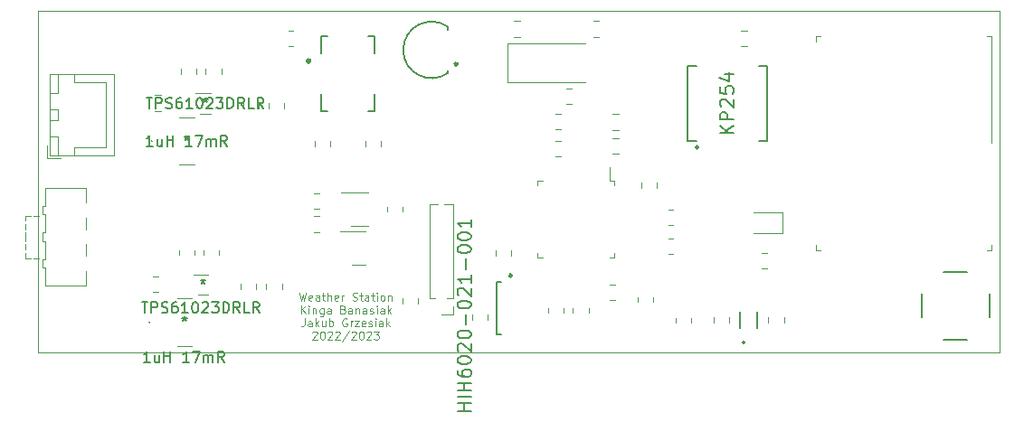
<source format=gbr>
%TF.GenerationSoftware,KiCad,Pcbnew,6.0.2+dfsg-1*%
%TF.CreationDate,2023-05-27T01:06:40+02:00*%
%TF.ProjectId,weather_station,77656174-6865-4725-9f73-746174696f6e,rev?*%
%TF.SameCoordinates,Original*%
%TF.FileFunction,Legend,Top*%
%TF.FilePolarity,Positive*%
%FSLAX46Y46*%
G04 Gerber Fmt 4.6, Leading zero omitted, Abs format (unit mm)*
G04 Created by KiCad (PCBNEW 6.0.2+dfsg-1) date 2023-05-27 01:06:40*
%MOMM*%
%LPD*%
G01*
G04 APERTURE LIST*
%TA.AperFunction,Profile*%
%ADD10C,0.100000*%
%TD*%
%ADD11C,0.100000*%
%ADD12C,0.150000*%
%ADD13C,0.120000*%
%ADD14C,0.249999*%
%ADD15C,0.127000*%
%ADD16C,0.300000*%
%ADD17C,0.250000*%
%ADD18C,0.200000*%
G04 APERTURE END LIST*
D10*
X66600000Y-53600000D02*
X156600000Y-53600000D01*
X156600000Y-53600000D02*
X156600000Y-85600000D01*
X156600000Y-85600000D02*
X66600000Y-85600000D01*
X66600000Y-85600000D02*
X66600000Y-53600000D01*
D11*
X91082857Y-80028035D02*
X91261428Y-80778035D01*
X91404285Y-80242321D01*
X91547142Y-80778035D01*
X91725714Y-80028035D01*
X92297142Y-80742321D02*
X92225714Y-80778035D01*
X92082857Y-80778035D01*
X92011428Y-80742321D01*
X91975714Y-80670892D01*
X91975714Y-80385178D01*
X92011428Y-80313750D01*
X92082857Y-80278035D01*
X92225714Y-80278035D01*
X92297142Y-80313750D01*
X92332857Y-80385178D01*
X92332857Y-80456607D01*
X91975714Y-80528035D01*
X92975714Y-80778035D02*
X92975714Y-80385178D01*
X92940000Y-80313750D01*
X92868571Y-80278035D01*
X92725714Y-80278035D01*
X92654285Y-80313750D01*
X92975714Y-80742321D02*
X92904285Y-80778035D01*
X92725714Y-80778035D01*
X92654285Y-80742321D01*
X92618571Y-80670892D01*
X92618571Y-80599464D01*
X92654285Y-80528035D01*
X92725714Y-80492321D01*
X92904285Y-80492321D01*
X92975714Y-80456607D01*
X93225714Y-80278035D02*
X93511428Y-80278035D01*
X93332857Y-80028035D02*
X93332857Y-80670892D01*
X93368571Y-80742321D01*
X93440000Y-80778035D01*
X93511428Y-80778035D01*
X93761428Y-80778035D02*
X93761428Y-80028035D01*
X94082857Y-80778035D02*
X94082857Y-80385178D01*
X94047142Y-80313750D01*
X93975714Y-80278035D01*
X93868571Y-80278035D01*
X93797142Y-80313750D01*
X93761428Y-80349464D01*
X94725714Y-80742321D02*
X94654285Y-80778035D01*
X94511428Y-80778035D01*
X94440000Y-80742321D01*
X94404285Y-80670892D01*
X94404285Y-80385178D01*
X94440000Y-80313750D01*
X94511428Y-80278035D01*
X94654285Y-80278035D01*
X94725714Y-80313750D01*
X94761428Y-80385178D01*
X94761428Y-80456607D01*
X94404285Y-80528035D01*
X95082857Y-80778035D02*
X95082857Y-80278035D01*
X95082857Y-80420892D02*
X95118571Y-80349464D01*
X95154285Y-80313750D01*
X95225714Y-80278035D01*
X95297142Y-80278035D01*
X96082857Y-80742321D02*
X96190000Y-80778035D01*
X96368571Y-80778035D01*
X96440000Y-80742321D01*
X96475714Y-80706607D01*
X96511428Y-80635178D01*
X96511428Y-80563750D01*
X96475714Y-80492321D01*
X96440000Y-80456607D01*
X96368571Y-80420892D01*
X96225714Y-80385178D01*
X96154285Y-80349464D01*
X96118571Y-80313750D01*
X96082857Y-80242321D01*
X96082857Y-80170892D01*
X96118571Y-80099464D01*
X96154285Y-80063750D01*
X96225714Y-80028035D01*
X96404285Y-80028035D01*
X96511428Y-80063750D01*
X96725714Y-80278035D02*
X97011428Y-80278035D01*
X96832857Y-80028035D02*
X96832857Y-80670892D01*
X96868571Y-80742321D01*
X96940000Y-80778035D01*
X97011428Y-80778035D01*
X97582857Y-80778035D02*
X97582857Y-80385178D01*
X97547142Y-80313750D01*
X97475714Y-80278035D01*
X97332857Y-80278035D01*
X97261428Y-80313750D01*
X97582857Y-80742321D02*
X97511428Y-80778035D01*
X97332857Y-80778035D01*
X97261428Y-80742321D01*
X97225714Y-80670892D01*
X97225714Y-80599464D01*
X97261428Y-80528035D01*
X97332857Y-80492321D01*
X97511428Y-80492321D01*
X97582857Y-80456607D01*
X97832857Y-80278035D02*
X98118571Y-80278035D01*
X97940000Y-80028035D02*
X97940000Y-80670892D01*
X97975714Y-80742321D01*
X98047142Y-80778035D01*
X98118571Y-80778035D01*
X98368571Y-80778035D02*
X98368571Y-80278035D01*
X98368571Y-80028035D02*
X98332857Y-80063750D01*
X98368571Y-80099464D01*
X98404285Y-80063750D01*
X98368571Y-80028035D01*
X98368571Y-80099464D01*
X98832857Y-80778035D02*
X98761428Y-80742321D01*
X98725714Y-80706607D01*
X98690000Y-80635178D01*
X98690000Y-80420892D01*
X98725714Y-80349464D01*
X98761428Y-80313750D01*
X98832857Y-80278035D01*
X98940000Y-80278035D01*
X99011428Y-80313750D01*
X99047142Y-80349464D01*
X99082857Y-80420892D01*
X99082857Y-80635178D01*
X99047142Y-80706607D01*
X99011428Y-80742321D01*
X98940000Y-80778035D01*
X98832857Y-80778035D01*
X99404285Y-80278035D02*
X99404285Y-80778035D01*
X99404285Y-80349464D02*
X99440000Y-80313750D01*
X99511428Y-80278035D01*
X99618571Y-80278035D01*
X99690000Y-80313750D01*
X99725714Y-80385178D01*
X99725714Y-80778035D01*
X91243571Y-81985535D02*
X91243571Y-81235535D01*
X91672142Y-81985535D02*
X91350714Y-81556964D01*
X91672142Y-81235535D02*
X91243571Y-81664107D01*
X91993571Y-81985535D02*
X91993571Y-81485535D01*
X91993571Y-81235535D02*
X91957857Y-81271250D01*
X91993571Y-81306964D01*
X92029285Y-81271250D01*
X91993571Y-81235535D01*
X91993571Y-81306964D01*
X92350714Y-81485535D02*
X92350714Y-81985535D01*
X92350714Y-81556964D02*
X92386428Y-81521250D01*
X92457857Y-81485535D01*
X92565000Y-81485535D01*
X92636428Y-81521250D01*
X92672142Y-81592678D01*
X92672142Y-81985535D01*
X93350714Y-81485535D02*
X93350714Y-82092678D01*
X93315000Y-82164107D01*
X93279285Y-82199821D01*
X93207857Y-82235535D01*
X93100714Y-82235535D01*
X93029285Y-82199821D01*
X93350714Y-81949821D02*
X93279285Y-81985535D01*
X93136428Y-81985535D01*
X93065000Y-81949821D01*
X93029285Y-81914107D01*
X92993571Y-81842678D01*
X92993571Y-81628392D01*
X93029285Y-81556964D01*
X93065000Y-81521250D01*
X93136428Y-81485535D01*
X93279285Y-81485535D01*
X93350714Y-81521250D01*
X94029285Y-81985535D02*
X94029285Y-81592678D01*
X93993571Y-81521250D01*
X93922142Y-81485535D01*
X93779285Y-81485535D01*
X93707857Y-81521250D01*
X94029285Y-81949821D02*
X93957857Y-81985535D01*
X93779285Y-81985535D01*
X93707857Y-81949821D01*
X93672142Y-81878392D01*
X93672142Y-81806964D01*
X93707857Y-81735535D01*
X93779285Y-81699821D01*
X93957857Y-81699821D01*
X94029285Y-81664107D01*
X95207857Y-81592678D02*
X95315000Y-81628392D01*
X95350714Y-81664107D01*
X95386428Y-81735535D01*
X95386428Y-81842678D01*
X95350714Y-81914107D01*
X95315000Y-81949821D01*
X95243571Y-81985535D01*
X94957857Y-81985535D01*
X94957857Y-81235535D01*
X95207857Y-81235535D01*
X95279285Y-81271250D01*
X95315000Y-81306964D01*
X95350714Y-81378392D01*
X95350714Y-81449821D01*
X95315000Y-81521250D01*
X95279285Y-81556964D01*
X95207857Y-81592678D01*
X94957857Y-81592678D01*
X96029285Y-81985535D02*
X96029285Y-81592678D01*
X95993571Y-81521250D01*
X95922142Y-81485535D01*
X95779285Y-81485535D01*
X95707857Y-81521250D01*
X96029285Y-81949821D02*
X95957857Y-81985535D01*
X95779285Y-81985535D01*
X95707857Y-81949821D01*
X95672142Y-81878392D01*
X95672142Y-81806964D01*
X95707857Y-81735535D01*
X95779285Y-81699821D01*
X95957857Y-81699821D01*
X96029285Y-81664107D01*
X96386428Y-81485535D02*
X96386428Y-81985535D01*
X96386428Y-81556964D02*
X96422142Y-81521250D01*
X96493571Y-81485535D01*
X96600714Y-81485535D01*
X96672142Y-81521250D01*
X96707857Y-81592678D01*
X96707857Y-81985535D01*
X97386428Y-81985535D02*
X97386428Y-81592678D01*
X97350714Y-81521250D01*
X97279285Y-81485535D01*
X97136428Y-81485535D01*
X97065000Y-81521250D01*
X97386428Y-81949821D02*
X97315000Y-81985535D01*
X97136428Y-81985535D01*
X97065000Y-81949821D01*
X97029285Y-81878392D01*
X97029285Y-81806964D01*
X97065000Y-81735535D01*
X97136428Y-81699821D01*
X97315000Y-81699821D01*
X97386428Y-81664107D01*
X97707857Y-81949821D02*
X97779285Y-81985535D01*
X97922142Y-81985535D01*
X97993571Y-81949821D01*
X98029285Y-81878392D01*
X98029285Y-81842678D01*
X97993571Y-81771250D01*
X97922142Y-81735535D01*
X97815000Y-81735535D01*
X97743571Y-81699821D01*
X97707857Y-81628392D01*
X97707857Y-81592678D01*
X97743571Y-81521250D01*
X97815000Y-81485535D01*
X97922142Y-81485535D01*
X97993571Y-81521250D01*
X98350714Y-81985535D02*
X98350714Y-81485535D01*
X98350714Y-81235535D02*
X98315000Y-81271250D01*
X98350714Y-81306964D01*
X98386428Y-81271250D01*
X98350714Y-81235535D01*
X98350714Y-81306964D01*
X99029285Y-81985535D02*
X99029285Y-81592678D01*
X98993571Y-81521250D01*
X98922142Y-81485535D01*
X98779285Y-81485535D01*
X98707857Y-81521250D01*
X99029285Y-81949821D02*
X98957857Y-81985535D01*
X98779285Y-81985535D01*
X98707857Y-81949821D01*
X98672142Y-81878392D01*
X98672142Y-81806964D01*
X98707857Y-81735535D01*
X98779285Y-81699821D01*
X98957857Y-81699821D01*
X99029285Y-81664107D01*
X99386428Y-81985535D02*
X99386428Y-81235535D01*
X99457857Y-81699821D02*
X99672142Y-81985535D01*
X99672142Y-81485535D02*
X99386428Y-81771250D01*
X91582857Y-82443035D02*
X91582857Y-82978750D01*
X91547142Y-83085892D01*
X91475714Y-83157321D01*
X91368571Y-83193035D01*
X91297142Y-83193035D01*
X92261428Y-83193035D02*
X92261428Y-82800178D01*
X92225714Y-82728750D01*
X92154285Y-82693035D01*
X92011428Y-82693035D01*
X91940000Y-82728750D01*
X92261428Y-83157321D02*
X92190000Y-83193035D01*
X92011428Y-83193035D01*
X91940000Y-83157321D01*
X91904285Y-83085892D01*
X91904285Y-83014464D01*
X91940000Y-82943035D01*
X92011428Y-82907321D01*
X92190000Y-82907321D01*
X92261428Y-82871607D01*
X92618571Y-83193035D02*
X92618571Y-82443035D01*
X92690000Y-82907321D02*
X92904285Y-83193035D01*
X92904285Y-82693035D02*
X92618571Y-82978750D01*
X93547142Y-82693035D02*
X93547142Y-83193035D01*
X93225714Y-82693035D02*
X93225714Y-83085892D01*
X93261428Y-83157321D01*
X93332857Y-83193035D01*
X93440000Y-83193035D01*
X93511428Y-83157321D01*
X93547142Y-83121607D01*
X93904285Y-83193035D02*
X93904285Y-82443035D01*
X93904285Y-82728750D02*
X93975714Y-82693035D01*
X94118571Y-82693035D01*
X94190000Y-82728750D01*
X94225714Y-82764464D01*
X94261428Y-82835892D01*
X94261428Y-83050178D01*
X94225714Y-83121607D01*
X94190000Y-83157321D01*
X94118571Y-83193035D01*
X93975714Y-83193035D01*
X93904285Y-83157321D01*
X95547142Y-82478750D02*
X95475714Y-82443035D01*
X95368571Y-82443035D01*
X95261428Y-82478750D01*
X95190000Y-82550178D01*
X95154285Y-82621607D01*
X95118571Y-82764464D01*
X95118571Y-82871607D01*
X95154285Y-83014464D01*
X95190000Y-83085892D01*
X95261428Y-83157321D01*
X95368571Y-83193035D01*
X95440000Y-83193035D01*
X95547142Y-83157321D01*
X95582857Y-83121607D01*
X95582857Y-82871607D01*
X95440000Y-82871607D01*
X95904285Y-83193035D02*
X95904285Y-82693035D01*
X95904285Y-82835892D02*
X95940000Y-82764464D01*
X95975714Y-82728750D01*
X96047142Y-82693035D01*
X96118571Y-82693035D01*
X96297142Y-82693035D02*
X96690000Y-82693035D01*
X96297142Y-83193035D01*
X96690000Y-83193035D01*
X97261428Y-83157321D02*
X97190000Y-83193035D01*
X97047142Y-83193035D01*
X96975714Y-83157321D01*
X96940000Y-83085892D01*
X96940000Y-82800178D01*
X96975714Y-82728750D01*
X97047142Y-82693035D01*
X97190000Y-82693035D01*
X97261428Y-82728750D01*
X97297142Y-82800178D01*
X97297142Y-82871607D01*
X96940000Y-82943035D01*
X97582857Y-83157321D02*
X97654285Y-83193035D01*
X97797142Y-83193035D01*
X97868571Y-83157321D01*
X97904285Y-83085892D01*
X97904285Y-83050178D01*
X97868571Y-82978750D01*
X97797142Y-82943035D01*
X97690000Y-82943035D01*
X97618571Y-82907321D01*
X97582857Y-82835892D01*
X97582857Y-82800178D01*
X97618571Y-82728750D01*
X97690000Y-82693035D01*
X97797142Y-82693035D01*
X97868571Y-82728750D01*
X98225714Y-83193035D02*
X98225714Y-82693035D01*
X98225714Y-82443035D02*
X98190000Y-82478750D01*
X98225714Y-82514464D01*
X98261428Y-82478750D01*
X98225714Y-82443035D01*
X98225714Y-82514464D01*
X98904285Y-83193035D02*
X98904285Y-82800178D01*
X98868571Y-82728750D01*
X98797142Y-82693035D01*
X98654285Y-82693035D01*
X98582857Y-82728750D01*
X98904285Y-83157321D02*
X98832857Y-83193035D01*
X98654285Y-83193035D01*
X98582857Y-83157321D01*
X98547142Y-83085892D01*
X98547142Y-83014464D01*
X98582857Y-82943035D01*
X98654285Y-82907321D01*
X98832857Y-82907321D01*
X98904285Y-82871607D01*
X99261428Y-83193035D02*
X99261428Y-82443035D01*
X99332857Y-82907321D02*
X99547142Y-83193035D01*
X99547142Y-82693035D02*
X99261428Y-82978750D01*
X92332857Y-83721964D02*
X92368571Y-83686250D01*
X92440000Y-83650535D01*
X92618571Y-83650535D01*
X92690000Y-83686250D01*
X92725714Y-83721964D01*
X92761428Y-83793392D01*
X92761428Y-83864821D01*
X92725714Y-83971964D01*
X92297142Y-84400535D01*
X92761428Y-84400535D01*
X93225714Y-83650535D02*
X93297142Y-83650535D01*
X93368571Y-83686250D01*
X93404285Y-83721964D01*
X93440000Y-83793392D01*
X93475714Y-83936250D01*
X93475714Y-84114821D01*
X93440000Y-84257678D01*
X93404285Y-84329107D01*
X93368571Y-84364821D01*
X93297142Y-84400535D01*
X93225714Y-84400535D01*
X93154285Y-84364821D01*
X93118571Y-84329107D01*
X93082857Y-84257678D01*
X93047142Y-84114821D01*
X93047142Y-83936250D01*
X93082857Y-83793392D01*
X93118571Y-83721964D01*
X93154285Y-83686250D01*
X93225714Y-83650535D01*
X93761428Y-83721964D02*
X93797142Y-83686250D01*
X93868571Y-83650535D01*
X94047142Y-83650535D01*
X94118571Y-83686250D01*
X94154285Y-83721964D01*
X94190000Y-83793392D01*
X94190000Y-83864821D01*
X94154285Y-83971964D01*
X93725714Y-84400535D01*
X94190000Y-84400535D01*
X94475714Y-83721964D02*
X94511428Y-83686250D01*
X94582857Y-83650535D01*
X94761428Y-83650535D01*
X94832857Y-83686250D01*
X94868571Y-83721964D01*
X94904285Y-83793392D01*
X94904285Y-83864821D01*
X94868571Y-83971964D01*
X94440000Y-84400535D01*
X94904285Y-84400535D01*
X95761428Y-83614821D02*
X95118571Y-84579107D01*
X95975714Y-83721964D02*
X96011428Y-83686250D01*
X96082857Y-83650535D01*
X96261428Y-83650535D01*
X96332857Y-83686250D01*
X96368571Y-83721964D01*
X96404285Y-83793392D01*
X96404285Y-83864821D01*
X96368571Y-83971964D01*
X95940000Y-84400535D01*
X96404285Y-84400535D01*
X96868571Y-83650535D02*
X96940000Y-83650535D01*
X97011428Y-83686250D01*
X97047142Y-83721964D01*
X97082857Y-83793392D01*
X97118571Y-83936250D01*
X97118571Y-84114821D01*
X97082857Y-84257678D01*
X97047142Y-84329107D01*
X97011428Y-84364821D01*
X96940000Y-84400535D01*
X96868571Y-84400535D01*
X96797142Y-84364821D01*
X96761428Y-84329107D01*
X96725714Y-84257678D01*
X96690000Y-84114821D01*
X96690000Y-83936250D01*
X96725714Y-83793392D01*
X96761428Y-83721964D01*
X96797142Y-83686250D01*
X96868571Y-83650535D01*
X97404285Y-83721964D02*
X97440000Y-83686250D01*
X97511428Y-83650535D01*
X97690000Y-83650535D01*
X97761428Y-83686250D01*
X97797142Y-83721964D01*
X97832857Y-83793392D01*
X97832857Y-83864821D01*
X97797142Y-83971964D01*
X97368571Y-84400535D01*
X97832857Y-84400535D01*
X98082857Y-83650535D02*
X98547142Y-83650535D01*
X98297142Y-83936250D01*
X98404285Y-83936250D01*
X98475714Y-83971964D01*
X98511428Y-84007678D01*
X98547142Y-84079107D01*
X98547142Y-84257678D01*
X98511428Y-84329107D01*
X98475714Y-84364821D01*
X98404285Y-84400535D01*
X98190000Y-84400535D01*
X98118571Y-84364821D01*
X98082857Y-84329107D01*
D12*
%TO.C,L2*%
X77371223Y-66282380D02*
X76799795Y-66282380D01*
X77085509Y-66282380D02*
X77085509Y-65282380D01*
X76990271Y-65425238D01*
X76895033Y-65520476D01*
X76799795Y-65568095D01*
X78228366Y-65615714D02*
X78228366Y-66282380D01*
X77799795Y-65615714D02*
X77799795Y-66139523D01*
X77847414Y-66234761D01*
X77942652Y-66282380D01*
X78085509Y-66282380D01*
X78180747Y-66234761D01*
X78228366Y-66187142D01*
X78704557Y-66282380D02*
X78704557Y-65282380D01*
X78704557Y-65758571D02*
X79275985Y-65758571D01*
X79275985Y-66282380D02*
X79275985Y-65282380D01*
X81037890Y-66282380D02*
X80466461Y-66282380D01*
X80752176Y-66282380D02*
X80752176Y-65282380D01*
X80656938Y-65425238D01*
X80561700Y-65520476D01*
X80466461Y-65568095D01*
X81371223Y-65282380D02*
X82037890Y-65282380D01*
X81609319Y-66282380D01*
X82418842Y-66282380D02*
X82418842Y-65615714D01*
X82418842Y-65710952D02*
X82466461Y-65663333D01*
X82561700Y-65615714D01*
X82704557Y-65615714D01*
X82799795Y-65663333D01*
X82847414Y-65758571D01*
X82847414Y-66282380D01*
X82847414Y-65758571D02*
X82895033Y-65663333D01*
X82990271Y-65615714D01*
X83133128Y-65615714D01*
X83228366Y-65663333D01*
X83275985Y-65758571D01*
X83275985Y-66282380D01*
X84323604Y-66282380D02*
X83990271Y-65806190D01*
X83752176Y-66282380D02*
X83752176Y-65282380D01*
X84133128Y-65282380D01*
X84228366Y-65330000D01*
X84275985Y-65377619D01*
X84323604Y-65472857D01*
X84323604Y-65615714D01*
X84275985Y-65710952D01*
X84228366Y-65758571D01*
X84133128Y-65806190D01*
X83752176Y-65806190D01*
X80561700Y-65282380D02*
X80561700Y-65520476D01*
X80323604Y-65425238D02*
X80561700Y-65520476D01*
X80799795Y-65425238D01*
X80418842Y-65710952D02*
X80561700Y-65520476D01*
X80704557Y-65710952D01*
%TO.C,U7*%
X76346780Y-80907380D02*
X76918209Y-80907380D01*
X76632495Y-81907380D02*
X76632495Y-80907380D01*
X77251542Y-81907380D02*
X77251542Y-80907380D01*
X77632495Y-80907380D01*
X77727733Y-80955000D01*
X77775352Y-81002619D01*
X77822971Y-81097857D01*
X77822971Y-81240714D01*
X77775352Y-81335952D01*
X77727733Y-81383571D01*
X77632495Y-81431190D01*
X77251542Y-81431190D01*
X78203923Y-81859761D02*
X78346780Y-81907380D01*
X78584876Y-81907380D01*
X78680114Y-81859761D01*
X78727733Y-81812142D01*
X78775352Y-81716904D01*
X78775352Y-81621666D01*
X78727733Y-81526428D01*
X78680114Y-81478809D01*
X78584876Y-81431190D01*
X78394400Y-81383571D01*
X78299161Y-81335952D01*
X78251542Y-81288333D01*
X78203923Y-81193095D01*
X78203923Y-81097857D01*
X78251542Y-81002619D01*
X78299161Y-80955000D01*
X78394400Y-80907380D01*
X78632495Y-80907380D01*
X78775352Y-80955000D01*
X79632495Y-80907380D02*
X79442019Y-80907380D01*
X79346780Y-80955000D01*
X79299161Y-81002619D01*
X79203923Y-81145476D01*
X79156304Y-81335952D01*
X79156304Y-81716904D01*
X79203923Y-81812142D01*
X79251542Y-81859761D01*
X79346780Y-81907380D01*
X79537257Y-81907380D01*
X79632495Y-81859761D01*
X79680114Y-81812142D01*
X79727733Y-81716904D01*
X79727733Y-81478809D01*
X79680114Y-81383571D01*
X79632495Y-81335952D01*
X79537257Y-81288333D01*
X79346780Y-81288333D01*
X79251542Y-81335952D01*
X79203923Y-81383571D01*
X79156304Y-81478809D01*
X80680114Y-81907380D02*
X80108685Y-81907380D01*
X80394400Y-81907380D02*
X80394400Y-80907380D01*
X80299161Y-81050238D01*
X80203923Y-81145476D01*
X80108685Y-81193095D01*
X81299161Y-80907380D02*
X81394400Y-80907380D01*
X81489638Y-80955000D01*
X81537257Y-81002619D01*
X81584876Y-81097857D01*
X81632495Y-81288333D01*
X81632495Y-81526428D01*
X81584876Y-81716904D01*
X81537257Y-81812142D01*
X81489638Y-81859761D01*
X81394400Y-81907380D01*
X81299161Y-81907380D01*
X81203923Y-81859761D01*
X81156304Y-81812142D01*
X81108685Y-81716904D01*
X81061066Y-81526428D01*
X81061066Y-81288333D01*
X81108685Y-81097857D01*
X81156304Y-81002619D01*
X81203923Y-80955000D01*
X81299161Y-80907380D01*
X82013447Y-81002619D02*
X82061066Y-80955000D01*
X82156304Y-80907380D01*
X82394400Y-80907380D01*
X82489638Y-80955000D01*
X82537257Y-81002619D01*
X82584876Y-81097857D01*
X82584876Y-81193095D01*
X82537257Y-81335952D01*
X81965828Y-81907380D01*
X82584876Y-81907380D01*
X82918209Y-80907380D02*
X83537257Y-80907380D01*
X83203923Y-81288333D01*
X83346780Y-81288333D01*
X83442019Y-81335952D01*
X83489638Y-81383571D01*
X83537257Y-81478809D01*
X83537257Y-81716904D01*
X83489638Y-81812142D01*
X83442019Y-81859761D01*
X83346780Y-81907380D01*
X83061066Y-81907380D01*
X82965828Y-81859761D01*
X82918209Y-81812142D01*
X83965828Y-81907380D02*
X83965828Y-80907380D01*
X84203923Y-80907380D01*
X84346780Y-80955000D01*
X84442019Y-81050238D01*
X84489638Y-81145476D01*
X84537257Y-81335952D01*
X84537257Y-81478809D01*
X84489638Y-81669285D01*
X84442019Y-81764523D01*
X84346780Y-81859761D01*
X84203923Y-81907380D01*
X83965828Y-81907380D01*
X85537257Y-81907380D02*
X85203923Y-81431190D01*
X84965828Y-81907380D02*
X84965828Y-80907380D01*
X85346780Y-80907380D01*
X85442019Y-80955000D01*
X85489638Y-81002619D01*
X85537257Y-81097857D01*
X85537257Y-81240714D01*
X85489638Y-81335952D01*
X85442019Y-81383571D01*
X85346780Y-81431190D01*
X84965828Y-81431190D01*
X86442019Y-81907380D02*
X85965828Y-81907380D01*
X85965828Y-80907380D01*
X87346780Y-81907380D02*
X87013447Y-81431190D01*
X86775352Y-81907380D02*
X86775352Y-80907380D01*
X87156304Y-80907380D01*
X87251542Y-80955000D01*
X87299161Y-81002619D01*
X87346780Y-81097857D01*
X87346780Y-81240714D01*
X87299161Y-81335952D01*
X87251542Y-81383571D01*
X87156304Y-81431190D01*
X86775352Y-81431190D01*
X82084400Y-78727380D02*
X82084400Y-78965476D01*
X81846304Y-78870238D02*
X82084400Y-78965476D01*
X82322495Y-78870238D01*
X81941542Y-79155952D02*
X82084400Y-78965476D01*
X82227257Y-79155952D01*
%TO.C,L1*%
X77111223Y-86527380D02*
X76539795Y-86527380D01*
X76825509Y-86527380D02*
X76825509Y-85527380D01*
X76730271Y-85670238D01*
X76635033Y-85765476D01*
X76539795Y-85813095D01*
X77968366Y-85860714D02*
X77968366Y-86527380D01*
X77539795Y-85860714D02*
X77539795Y-86384523D01*
X77587414Y-86479761D01*
X77682652Y-86527380D01*
X77825509Y-86527380D01*
X77920747Y-86479761D01*
X77968366Y-86432142D01*
X78444557Y-86527380D02*
X78444557Y-85527380D01*
X78444557Y-86003571D02*
X79015985Y-86003571D01*
X79015985Y-86527380D02*
X79015985Y-85527380D01*
X80777890Y-86527380D02*
X80206461Y-86527380D01*
X80492176Y-86527380D02*
X80492176Y-85527380D01*
X80396938Y-85670238D01*
X80301700Y-85765476D01*
X80206461Y-85813095D01*
X81111223Y-85527380D02*
X81777890Y-85527380D01*
X81349319Y-86527380D01*
X82158842Y-86527380D02*
X82158842Y-85860714D01*
X82158842Y-85955952D02*
X82206461Y-85908333D01*
X82301700Y-85860714D01*
X82444557Y-85860714D01*
X82539795Y-85908333D01*
X82587414Y-86003571D01*
X82587414Y-86527380D01*
X82587414Y-86003571D02*
X82635033Y-85908333D01*
X82730271Y-85860714D01*
X82873128Y-85860714D01*
X82968366Y-85908333D01*
X83015985Y-86003571D01*
X83015985Y-86527380D01*
X84063604Y-86527380D02*
X83730271Y-86051190D01*
X83492176Y-86527380D02*
X83492176Y-85527380D01*
X83873128Y-85527380D01*
X83968366Y-85575000D01*
X84015985Y-85622619D01*
X84063604Y-85717857D01*
X84063604Y-85860714D01*
X84015985Y-85955952D01*
X83968366Y-86003571D01*
X83873128Y-86051190D01*
X83492176Y-86051190D01*
X80341700Y-82247380D02*
X80341700Y-82485476D01*
X80103604Y-82390238D02*
X80341700Y-82485476D01*
X80579795Y-82390238D01*
X80198842Y-82675952D02*
X80341700Y-82485476D01*
X80484557Y-82675952D01*
%TO.C,U4*%
X131749523Y-65081904D02*
X130479523Y-65081904D01*
X131749523Y-64356190D02*
X131023809Y-64900476D01*
X130479523Y-64356190D02*
X131205238Y-65081904D01*
X131749523Y-63811904D02*
X130479523Y-63811904D01*
X130479523Y-63328095D01*
X130540000Y-63207142D01*
X130600476Y-63146666D01*
X130721428Y-63086190D01*
X130902857Y-63086190D01*
X131023809Y-63146666D01*
X131084285Y-63207142D01*
X131144761Y-63328095D01*
X131144761Y-63811904D01*
X130600476Y-62602380D02*
X130540000Y-62541904D01*
X130479523Y-62420952D01*
X130479523Y-62118571D01*
X130540000Y-61997619D01*
X130600476Y-61937142D01*
X130721428Y-61876666D01*
X130842380Y-61876666D01*
X131023809Y-61937142D01*
X131749523Y-62662857D01*
X131749523Y-61876666D01*
X130479523Y-60727619D02*
X130479523Y-61332380D01*
X131084285Y-61392857D01*
X131023809Y-61332380D01*
X130963333Y-61211428D01*
X130963333Y-60909047D01*
X131023809Y-60788095D01*
X131084285Y-60727619D01*
X131205238Y-60667142D01*
X131507619Y-60667142D01*
X131628571Y-60727619D01*
X131689047Y-60788095D01*
X131749523Y-60909047D01*
X131749523Y-61211428D01*
X131689047Y-61332380D01*
X131628571Y-61392857D01*
X130902857Y-59578571D02*
X131749523Y-59578571D01*
X130419047Y-59880952D02*
X131326190Y-60183333D01*
X131326190Y-59397142D01*
%TO.C,U5*%
X107154523Y-91125476D02*
X105884523Y-91125476D01*
X106489285Y-91125476D02*
X106489285Y-90399761D01*
X107154523Y-90399761D02*
X105884523Y-90399761D01*
X107154523Y-89795000D02*
X105884523Y-89795000D01*
X107154523Y-89190238D02*
X105884523Y-89190238D01*
X106489285Y-89190238D02*
X106489285Y-88464523D01*
X107154523Y-88464523D02*
X105884523Y-88464523D01*
X105884523Y-87315476D02*
X105884523Y-87557380D01*
X105945000Y-87678333D01*
X106005476Y-87738809D01*
X106186904Y-87859761D01*
X106428809Y-87920238D01*
X106912619Y-87920238D01*
X107033571Y-87859761D01*
X107094047Y-87799285D01*
X107154523Y-87678333D01*
X107154523Y-87436428D01*
X107094047Y-87315476D01*
X107033571Y-87255000D01*
X106912619Y-87194523D01*
X106610238Y-87194523D01*
X106489285Y-87255000D01*
X106428809Y-87315476D01*
X106368333Y-87436428D01*
X106368333Y-87678333D01*
X106428809Y-87799285D01*
X106489285Y-87859761D01*
X106610238Y-87920238D01*
X105884523Y-86408333D02*
X105884523Y-86287380D01*
X105945000Y-86166428D01*
X106005476Y-86105952D01*
X106126428Y-86045476D01*
X106368333Y-85985000D01*
X106670714Y-85985000D01*
X106912619Y-86045476D01*
X107033571Y-86105952D01*
X107094047Y-86166428D01*
X107154523Y-86287380D01*
X107154523Y-86408333D01*
X107094047Y-86529285D01*
X107033571Y-86589761D01*
X106912619Y-86650238D01*
X106670714Y-86710714D01*
X106368333Y-86710714D01*
X106126428Y-86650238D01*
X106005476Y-86589761D01*
X105945000Y-86529285D01*
X105884523Y-86408333D01*
X106005476Y-85501190D02*
X105945000Y-85440714D01*
X105884523Y-85319761D01*
X105884523Y-85017380D01*
X105945000Y-84896428D01*
X106005476Y-84835952D01*
X106126428Y-84775476D01*
X106247380Y-84775476D01*
X106428809Y-84835952D01*
X107154523Y-85561666D01*
X107154523Y-84775476D01*
X105884523Y-83989285D02*
X105884523Y-83868333D01*
X105945000Y-83747380D01*
X106005476Y-83686904D01*
X106126428Y-83626428D01*
X106368333Y-83565952D01*
X106670714Y-83565952D01*
X106912619Y-83626428D01*
X107033571Y-83686904D01*
X107094047Y-83747380D01*
X107154523Y-83868333D01*
X107154523Y-83989285D01*
X107094047Y-84110238D01*
X107033571Y-84170714D01*
X106912619Y-84231190D01*
X106670714Y-84291666D01*
X106368333Y-84291666D01*
X106126428Y-84231190D01*
X106005476Y-84170714D01*
X105945000Y-84110238D01*
X105884523Y-83989285D01*
X106670714Y-83021666D02*
X106670714Y-82054047D01*
X105884523Y-81207380D02*
X105884523Y-81086428D01*
X105945000Y-80965476D01*
X106005476Y-80905000D01*
X106126428Y-80844523D01*
X106368333Y-80784047D01*
X106670714Y-80784047D01*
X106912619Y-80844523D01*
X107033571Y-80905000D01*
X107094047Y-80965476D01*
X107154523Y-81086428D01*
X107154523Y-81207380D01*
X107094047Y-81328333D01*
X107033571Y-81388809D01*
X106912619Y-81449285D01*
X106670714Y-81509761D01*
X106368333Y-81509761D01*
X106126428Y-81449285D01*
X106005476Y-81388809D01*
X105945000Y-81328333D01*
X105884523Y-81207380D01*
X106005476Y-80300238D02*
X105945000Y-80239761D01*
X105884523Y-80118809D01*
X105884523Y-79816428D01*
X105945000Y-79695476D01*
X106005476Y-79635000D01*
X106126428Y-79574523D01*
X106247380Y-79574523D01*
X106428809Y-79635000D01*
X107154523Y-80360714D01*
X107154523Y-79574523D01*
X107154523Y-78365000D02*
X107154523Y-79090714D01*
X107154523Y-78727857D02*
X105884523Y-78727857D01*
X106065952Y-78848809D01*
X106186904Y-78969761D01*
X106247380Y-79090714D01*
X106670714Y-77820714D02*
X106670714Y-76853095D01*
X105884523Y-76006428D02*
X105884523Y-75885476D01*
X105945000Y-75764523D01*
X106005476Y-75704047D01*
X106126428Y-75643571D01*
X106368333Y-75583095D01*
X106670714Y-75583095D01*
X106912619Y-75643571D01*
X107033571Y-75704047D01*
X107094047Y-75764523D01*
X107154523Y-75885476D01*
X107154523Y-76006428D01*
X107094047Y-76127380D01*
X107033571Y-76187857D01*
X106912619Y-76248333D01*
X106670714Y-76308809D01*
X106368333Y-76308809D01*
X106126428Y-76248333D01*
X106005476Y-76187857D01*
X105945000Y-76127380D01*
X105884523Y-76006428D01*
X105884523Y-74796904D02*
X105884523Y-74675952D01*
X105945000Y-74555000D01*
X106005476Y-74494523D01*
X106126428Y-74434047D01*
X106368333Y-74373571D01*
X106670714Y-74373571D01*
X106912619Y-74434047D01*
X107033571Y-74494523D01*
X107094047Y-74555000D01*
X107154523Y-74675952D01*
X107154523Y-74796904D01*
X107094047Y-74917857D01*
X107033571Y-74978333D01*
X106912619Y-75038809D01*
X106670714Y-75099285D01*
X106368333Y-75099285D01*
X106126428Y-75038809D01*
X106005476Y-74978333D01*
X105945000Y-74917857D01*
X105884523Y-74796904D01*
X107154523Y-73164047D02*
X107154523Y-73889761D01*
X107154523Y-73526904D02*
X105884523Y-73526904D01*
X106065952Y-73647857D01*
X106186904Y-73768809D01*
X106247380Y-73889761D01*
%TO.C,U10*%
X76756780Y-61762380D02*
X77328209Y-61762380D01*
X77042495Y-62762380D02*
X77042495Y-61762380D01*
X77661542Y-62762380D02*
X77661542Y-61762380D01*
X78042495Y-61762380D01*
X78137733Y-61810000D01*
X78185352Y-61857619D01*
X78232971Y-61952857D01*
X78232971Y-62095714D01*
X78185352Y-62190952D01*
X78137733Y-62238571D01*
X78042495Y-62286190D01*
X77661542Y-62286190D01*
X78613923Y-62714761D02*
X78756780Y-62762380D01*
X78994876Y-62762380D01*
X79090114Y-62714761D01*
X79137733Y-62667142D01*
X79185352Y-62571904D01*
X79185352Y-62476666D01*
X79137733Y-62381428D01*
X79090114Y-62333809D01*
X78994876Y-62286190D01*
X78804400Y-62238571D01*
X78709161Y-62190952D01*
X78661542Y-62143333D01*
X78613923Y-62048095D01*
X78613923Y-61952857D01*
X78661542Y-61857619D01*
X78709161Y-61810000D01*
X78804400Y-61762380D01*
X79042495Y-61762380D01*
X79185352Y-61810000D01*
X80042495Y-61762380D02*
X79852019Y-61762380D01*
X79756780Y-61810000D01*
X79709161Y-61857619D01*
X79613923Y-62000476D01*
X79566304Y-62190952D01*
X79566304Y-62571904D01*
X79613923Y-62667142D01*
X79661542Y-62714761D01*
X79756780Y-62762380D01*
X79947257Y-62762380D01*
X80042495Y-62714761D01*
X80090114Y-62667142D01*
X80137733Y-62571904D01*
X80137733Y-62333809D01*
X80090114Y-62238571D01*
X80042495Y-62190952D01*
X79947257Y-62143333D01*
X79756780Y-62143333D01*
X79661542Y-62190952D01*
X79613923Y-62238571D01*
X79566304Y-62333809D01*
X81090114Y-62762380D02*
X80518685Y-62762380D01*
X80804400Y-62762380D02*
X80804400Y-61762380D01*
X80709161Y-61905238D01*
X80613923Y-62000476D01*
X80518685Y-62048095D01*
X81709161Y-61762380D02*
X81804400Y-61762380D01*
X81899638Y-61810000D01*
X81947257Y-61857619D01*
X81994876Y-61952857D01*
X82042495Y-62143333D01*
X82042495Y-62381428D01*
X81994876Y-62571904D01*
X81947257Y-62667142D01*
X81899638Y-62714761D01*
X81804400Y-62762380D01*
X81709161Y-62762380D01*
X81613923Y-62714761D01*
X81566304Y-62667142D01*
X81518685Y-62571904D01*
X81471066Y-62381428D01*
X81471066Y-62143333D01*
X81518685Y-61952857D01*
X81566304Y-61857619D01*
X81613923Y-61810000D01*
X81709161Y-61762380D01*
X82423447Y-61857619D02*
X82471066Y-61810000D01*
X82566304Y-61762380D01*
X82804400Y-61762380D01*
X82899638Y-61810000D01*
X82947257Y-61857619D01*
X82994876Y-61952857D01*
X82994876Y-62048095D01*
X82947257Y-62190952D01*
X82375828Y-62762380D01*
X82994876Y-62762380D01*
X83328209Y-61762380D02*
X83947257Y-61762380D01*
X83613923Y-62143333D01*
X83756780Y-62143333D01*
X83852019Y-62190952D01*
X83899638Y-62238571D01*
X83947257Y-62333809D01*
X83947257Y-62571904D01*
X83899638Y-62667142D01*
X83852019Y-62714761D01*
X83756780Y-62762380D01*
X83471066Y-62762380D01*
X83375828Y-62714761D01*
X83328209Y-62667142D01*
X84375828Y-62762380D02*
X84375828Y-61762380D01*
X84613923Y-61762380D01*
X84756780Y-61810000D01*
X84852019Y-61905238D01*
X84899638Y-62000476D01*
X84947257Y-62190952D01*
X84947257Y-62333809D01*
X84899638Y-62524285D01*
X84852019Y-62619523D01*
X84756780Y-62714761D01*
X84613923Y-62762380D01*
X84375828Y-62762380D01*
X85947257Y-62762380D02*
X85613923Y-62286190D01*
X85375828Y-62762380D02*
X85375828Y-61762380D01*
X85756780Y-61762380D01*
X85852019Y-61810000D01*
X85899638Y-61857619D01*
X85947257Y-61952857D01*
X85947257Y-62095714D01*
X85899638Y-62190952D01*
X85852019Y-62238571D01*
X85756780Y-62286190D01*
X85375828Y-62286190D01*
X86852019Y-62762380D02*
X86375828Y-62762380D01*
X86375828Y-61762380D01*
X87756780Y-62762380D02*
X87423447Y-62286190D01*
X87185352Y-62762380D02*
X87185352Y-61762380D01*
X87566304Y-61762380D01*
X87661542Y-61810000D01*
X87709161Y-61857619D01*
X87756780Y-61952857D01*
X87756780Y-62095714D01*
X87709161Y-62190952D01*
X87661542Y-62238571D01*
X87566304Y-62286190D01*
X87185352Y-62286190D01*
X82304400Y-61762380D02*
X82304400Y-62000476D01*
X82066304Y-61905238D02*
X82304400Y-62000476D01*
X82542495Y-61905238D01*
X82161542Y-62190952D02*
X82304400Y-62000476D01*
X82447257Y-62190952D01*
D13*
%TO.C,J3*%
X103816529Y-80560000D02*
X103270000Y-80560000D01*
X105490000Y-71735000D02*
X104687530Y-71735000D01*
X105490000Y-80560000D02*
X105490000Y-71735000D01*
X105490000Y-81320000D02*
X105490000Y-82080000D01*
X104072470Y-71735000D02*
X103270000Y-71735000D01*
X103270000Y-80560000D02*
X103270000Y-71735000D01*
X105490000Y-82080000D02*
X104380000Y-82080000D01*
X105490000Y-80560000D02*
X104943471Y-80560000D01*
%TO.C,L2*%
X79865950Y-68052500D02*
X81257450Y-68052500D01*
X81257450Y-63607500D02*
X79865950Y-63607500D01*
X77354200Y-65830000D02*
G75*
G03*
X77354200Y-65830000I-76200J0D01*
G01*
%TO.C,C2*%
X110935000Y-76068748D02*
X110935000Y-76591252D01*
X109465000Y-76068748D02*
X109465000Y-76591252D01*
D11*
%TO.C,U1*%
X155850000Y-55975000D02*
X155450000Y-55975000D01*
X155850000Y-55975000D02*
X155850000Y-65975000D01*
X139450000Y-75575000D02*
X139450000Y-76075000D01*
X139850000Y-76075000D02*
X139450000Y-76075000D01*
X155850000Y-75575000D02*
X155850000Y-76075000D01*
X139450000Y-55975000D02*
X139450000Y-56475000D01*
X139850000Y-55975000D02*
X139450000Y-55975000D01*
X155850000Y-76075000D02*
X155450000Y-76075000D01*
D13*
%TO.C,R5*%
X114385000Y-81452936D02*
X114385000Y-81907064D01*
X115855000Y-81452936D02*
X115855000Y-81907064D01*
%TO.C,R16*%
X92939564Y-72875000D02*
X92485436Y-72875000D01*
X92939564Y-74345000D02*
X92485436Y-74345000D01*
%TO.C,C8*%
X102215000Y-81046252D02*
X102215000Y-80523748D01*
X100745000Y-81046252D02*
X100745000Y-80523748D01*
%TO.C,C7*%
X115577252Y-65813000D02*
X115054748Y-65813000D01*
X115577252Y-67283000D02*
X115054748Y-67283000D01*
%TO.C,C12*%
X132986252Y-55465001D02*
X132463748Y-55465001D01*
X132986252Y-56935001D02*
X132463748Y-56935001D01*
%TO.C,C5*%
X120961252Y-63300001D02*
X120438748Y-63300001D01*
X120961252Y-64770001D02*
X120438748Y-64770001D01*
%TO.C,R14*%
X125610436Y-76417500D02*
X126064564Y-76417500D01*
X125610436Y-74947500D02*
X126064564Y-74947500D01*
%TO.C,U7*%
X81584401Y-80225001D02*
X82584399Y-80225001D01*
X81184399Y-78324999D02*
X82584399Y-78324999D01*
%TO.C,L1*%
X79645950Y-85017500D02*
X81037450Y-85017500D01*
X81037450Y-80572500D02*
X79645950Y-80572500D01*
X77134200Y-82795000D02*
G75*
G03*
X77134200Y-82795000I-76200J0D01*
G01*
D12*
%TO.C,U4*%
X134887500Y-65812500D02*
X134080001Y-65812500D01*
X134887500Y-58787500D02*
X134080001Y-58787500D01*
X128269999Y-65812500D02*
X127462500Y-65812500D01*
X127462500Y-65812500D02*
X127462500Y-58787500D01*
X134887500Y-65812500D02*
X134887500Y-58787500D01*
X128269999Y-58787500D02*
X127462500Y-58787500D01*
D14*
X128445000Y-66399999D02*
G75*
G03*
X128445000Y-66399999I-125001J0D01*
G01*
D13*
%TO.C,R8*%
X134847064Y-77785000D02*
X134392936Y-77785000D01*
X134847064Y-76315000D02*
X134392936Y-76315000D01*
%TO.C,R6*%
X118180000Y-81452936D02*
X118180000Y-81907064D01*
X116710000Y-81452936D02*
X116710000Y-81907064D01*
D15*
%TO.C,J2*%
X151400000Y-78075000D02*
X153600000Y-78075000D01*
X149325000Y-82350000D02*
X149325000Y-80150000D01*
X151400000Y-84425000D02*
X153600000Y-84425000D01*
X155675000Y-82350000D02*
X155675000Y-80150000D01*
%TO.C,U2*%
X93752500Y-55985000D02*
X93152500Y-55985000D01*
X93152500Y-62985000D02*
X93152500Y-61385000D01*
X97552500Y-55985000D02*
X98152500Y-55985000D01*
X93752500Y-62985000D02*
X93152500Y-62985000D01*
X98152500Y-62985000D02*
X98152500Y-61385000D01*
X98152500Y-55985000D02*
X98152500Y-57585000D01*
X97552500Y-62985000D02*
X98152500Y-62985000D01*
X93152500Y-55985000D02*
X93152500Y-57585000D01*
D16*
X92093919Y-58285000D02*
G75*
G03*
X92093919Y-58285000I-141419J0D01*
G01*
D13*
%TO.C,R7*%
X116097936Y-60890000D02*
X116552064Y-60890000D01*
X116097936Y-62360000D02*
X116552064Y-62360000D01*
D15*
%TO.C,U6*%
X105027508Y-59424000D02*
X105027508Y-59180000D01*
X105027508Y-55374000D02*
X105027508Y-55136000D01*
X105027508Y-55136000D02*
G75*
G03*
X105027508Y-59424000I-1557707J-2144000D01*
G01*
D16*
X105884508Y-58580000D02*
G75*
G03*
X105884508Y-58580000I-100000J0D01*
G01*
D13*
%TO.C,D2*%
X96632500Y-77390000D02*
X97282500Y-77390000D01*
X96632500Y-77390000D02*
X95982500Y-77390000D01*
X96632500Y-74270000D02*
X97282500Y-74270000D01*
X96632500Y-74270000D02*
X94957500Y-74270000D01*
%TO.C,C11*%
X108755000Y-82571252D02*
X108755000Y-82048748D01*
X107285000Y-82571252D02*
X107285000Y-82048748D01*
%TO.C,U8*%
X96762500Y-70650000D02*
X97562500Y-70650000D01*
X96762500Y-73770000D02*
X97562500Y-73770000D01*
X96762500Y-70650000D02*
X94962500Y-70650000D01*
X96762500Y-73770000D02*
X95962500Y-73770000D01*
%TO.C,C15*%
X89475000Y-79183748D02*
X89475000Y-79706252D01*
X88005000Y-79183748D02*
X88005000Y-79706252D01*
%TO.C,R10*%
X92485436Y-70725000D02*
X92939564Y-70725000D01*
X92485436Y-72195000D02*
X92939564Y-72195000D01*
%TO.C,R1*%
X98725000Y-65832936D02*
X98725000Y-66287064D01*
X97255000Y-65832936D02*
X97255000Y-66287064D01*
%TO.C,C3*%
X120138748Y-79240000D02*
X120661252Y-79240000D01*
X120138748Y-80710000D02*
X120661252Y-80710000D01*
%TO.C,R18*%
X82325000Y-59052936D02*
X82325000Y-59507064D01*
X83795000Y-59052936D02*
X83795000Y-59507064D01*
%TO.C,J1*%
X68525000Y-59550000D02*
X67775000Y-59550000D01*
X67765000Y-67160000D02*
X73735000Y-67160000D01*
X67475000Y-67450000D02*
X68725000Y-67450000D01*
X68525000Y-61350000D02*
X68525000Y-59550000D01*
X70025000Y-59550000D02*
X70025000Y-60300000D01*
X67775000Y-67150000D02*
X68525000Y-67150000D01*
X67775000Y-61350000D02*
X68525000Y-61350000D01*
X68525000Y-63850000D02*
X68525000Y-62850000D01*
X68525000Y-65350000D02*
X67775000Y-65350000D01*
X67775000Y-65350000D02*
X67775000Y-67150000D01*
X67765000Y-59540000D02*
X67765000Y-67160000D01*
X67475000Y-66200000D02*
X67475000Y-67450000D01*
X72975000Y-66400000D02*
X72975000Y-63350000D01*
X67775000Y-62850000D02*
X67775000Y-63850000D01*
X67775000Y-59550000D02*
X67775000Y-61350000D01*
X73735000Y-67160000D02*
X73735000Y-59540000D01*
X73735000Y-59540000D02*
X67765000Y-59540000D01*
X70025000Y-60300000D02*
X72975000Y-60300000D01*
X70025000Y-66400000D02*
X72975000Y-66400000D01*
X70025000Y-67150000D02*
X70025000Y-66400000D01*
X72975000Y-60300000D02*
X72975000Y-63350000D01*
X68525000Y-62850000D02*
X67775000Y-62850000D01*
X68525000Y-67150000D02*
X68525000Y-65350000D01*
X67775000Y-63850000D02*
X68525000Y-63850000D01*
%TO.C,C1*%
X115577252Y-64743000D02*
X115054748Y-64743000D01*
X115577252Y-63273000D02*
X115054748Y-63273000D01*
%TO.C,R2*%
X92542500Y-65832936D02*
X92542500Y-66287064D01*
X94012500Y-65832936D02*
X94012500Y-66287064D01*
%TO.C,C14*%
X85605000Y-79183748D02*
X85605000Y-79706252D01*
X87075000Y-79183748D02*
X87075000Y-79706252D01*
%TO.C,R13*%
X125610436Y-72222500D02*
X126064564Y-72222500D01*
X125610436Y-73692500D02*
X126064564Y-73692500D01*
D12*
%TO.C,U5*%
X109557500Y-79025000D02*
X109959000Y-79025000D01*
X109557500Y-83925000D02*
X109959000Y-83925000D01*
X109557500Y-79025000D02*
X109557500Y-83925000D01*
D17*
X110984000Y-78425000D02*
G75*
G03*
X110984000Y-78425000I-125000J0D01*
G01*
D13*
%TO.C,C16*%
X131360000Y-82838752D02*
X131360000Y-82316248D01*
X129890000Y-82838752D02*
X129890000Y-82316248D01*
%TO.C,C19*%
X89695000Y-62218748D02*
X89695000Y-62741252D01*
X88225000Y-62218748D02*
X88225000Y-62741252D01*
%TO.C,R9*%
X126289999Y-82824564D02*
X126289999Y-82370436D01*
X127759999Y-82824564D02*
X127759999Y-82370436D01*
%TO.C,C18*%
X85825000Y-62218748D02*
X85825000Y-62741252D01*
X87295000Y-62218748D02*
X87295000Y-62741252D01*
%TO.C,C10*%
X111213748Y-54590000D02*
X111736252Y-54590000D01*
X111213748Y-56060000D02*
X111736252Y-56060000D01*
%TO.C,C4*%
X124560000Y-70186252D02*
X124560000Y-69663748D01*
X123090000Y-70186252D02*
X123090000Y-69663748D01*
%TO.C,U10*%
X81404399Y-61359999D02*
X82804399Y-61359999D01*
X81804401Y-63260001D02*
X82804399Y-63260001D01*
%TO.C,U3*%
X120610000Y-76285000D02*
X120610000Y-76735000D01*
X113390000Y-76285000D02*
X113390000Y-76735000D01*
X113390000Y-69515000D02*
X113840000Y-69515000D01*
X120160000Y-69515000D02*
X120160000Y-68225000D01*
X120610000Y-69515000D02*
X120160000Y-69515000D01*
X120610000Y-76735000D02*
X120160000Y-76735000D01*
X113390000Y-76735000D02*
X113840000Y-76735000D01*
X120610000Y-69965000D02*
X120610000Y-69515000D01*
X113390000Y-69965000D02*
X113390000Y-69515000D01*
%TO.C,C17*%
X78121252Y-61535000D02*
X77598748Y-61535000D01*
X78121252Y-63005000D02*
X77598748Y-63005000D01*
%TO.C,C6*%
X120961252Y-67030001D02*
X120438748Y-67030001D01*
X120961252Y-65560001D02*
X120438748Y-65560001D01*
%TO.C,R19*%
X80025000Y-59507064D02*
X80025000Y-59052936D01*
X81495000Y-59507064D02*
X81495000Y-59052936D01*
%TO.C,SW1*%
X65425000Y-76000000D02*
X65425000Y-75500000D01*
X65425000Y-72800000D02*
X65925000Y-72800000D01*
X65425000Y-75200000D02*
X65425000Y-74400000D01*
X67325000Y-79400000D02*
X67325000Y-77700000D01*
X67325000Y-70200000D02*
X71125000Y-70200000D01*
X66225000Y-72800000D02*
X66725000Y-72800000D01*
X65425000Y-74400000D02*
X65425000Y-74400000D01*
X67325000Y-77700000D02*
X67025000Y-77700000D01*
X67325000Y-72700000D02*
X67025000Y-72700000D01*
X67325000Y-74400000D02*
X67325000Y-72700000D01*
X71125000Y-73000000D02*
X71125000Y-73000000D01*
X65925000Y-76800000D02*
X65925000Y-76800000D01*
X67325000Y-71900000D02*
X67325000Y-70200000D01*
X67025000Y-72700000D02*
X67025000Y-71900000D01*
X67025000Y-75200000D02*
X67025000Y-74400000D01*
X65425000Y-74100000D02*
X65425000Y-74100000D01*
X71125000Y-78000000D02*
X71125000Y-79400000D01*
X66225000Y-76800000D02*
X66725000Y-76800000D01*
X67325000Y-75200000D02*
X67025000Y-75200000D01*
X65425000Y-75500000D02*
X65425000Y-75500000D01*
X65425000Y-73300000D02*
X65425000Y-73300000D01*
X67325000Y-76900000D02*
X67325000Y-75200000D01*
X66725000Y-76800000D02*
X66725000Y-76800000D01*
X65425000Y-72800000D02*
X65425000Y-73300000D01*
X71125000Y-75500000D02*
X71125000Y-75500000D01*
X65925000Y-72800000D02*
X65925000Y-72800000D01*
X65425000Y-76800000D02*
X65925000Y-76800000D01*
X65425000Y-76800000D02*
X65425000Y-76300000D01*
X67325000Y-70200000D02*
X67325000Y-70200000D01*
X65425000Y-76300000D02*
X65425000Y-76300000D01*
X66725000Y-72800000D02*
X66725000Y-72800000D01*
X71125000Y-74100000D02*
X71125000Y-73000000D01*
X71125000Y-70200000D02*
X71125000Y-71600000D01*
X67025000Y-77700000D02*
X67025000Y-76900000D01*
X65425000Y-73600000D02*
X65425000Y-74100000D01*
X67025000Y-74400000D02*
X67325000Y-74400000D01*
X67025000Y-71900000D02*
X67325000Y-71900000D01*
X67025000Y-76900000D02*
X67325000Y-76900000D01*
X71125000Y-76600000D02*
X71125000Y-75500000D01*
X71125000Y-79400000D02*
X67325000Y-79400000D01*
%TO.C,R3*%
X124235000Y-80902064D02*
X124235000Y-80447936D01*
X122765000Y-80902064D02*
X122765000Y-80447936D01*
%TO.C,Y1*%
X110562500Y-56700000D02*
X110562500Y-60300000D01*
X117887500Y-56700000D02*
X110562500Y-56700000D01*
X110562500Y-60300000D02*
X117887500Y-60300000D01*
%TO.C,R15*%
X81275000Y-76474564D02*
X81275000Y-76020436D01*
X79805000Y-76474564D02*
X79805000Y-76020436D01*
%TO.C,C13*%
X77901252Y-78500000D02*
X77378748Y-78500000D01*
X77901252Y-79970000D02*
X77378748Y-79970000D01*
%TO.C,C9*%
X119161252Y-56060000D02*
X118638748Y-56060000D01*
X119161252Y-54590000D02*
X118638748Y-54590000D01*
%TO.C,R12*%
X99290000Y-71962936D02*
X99290000Y-72417064D01*
X100760000Y-71962936D02*
X100760000Y-72417064D01*
%TO.C,R11*%
X83575000Y-76020436D02*
X83575000Y-76474564D01*
X82105000Y-76020436D02*
X82105000Y-76474564D01*
%TO.C,R4*%
X90547064Y-56920000D02*
X90092936Y-56920000D01*
X90547064Y-55450000D02*
X90092936Y-55450000D01*
%TO.C,D1*%
X133600000Y-74460000D02*
X136285000Y-74460000D01*
X136285000Y-72540000D02*
X133600000Y-72540000D01*
X136285000Y-74460000D02*
X136285000Y-72540000D01*
D15*
%TO.C,U9*%
X133980000Y-83370000D02*
X133980000Y-81810000D01*
X132380000Y-81810000D02*
X132380000Y-83370000D01*
D18*
X132780000Y-84690000D02*
G75*
G03*
X132780000Y-84690000I-100000J0D01*
G01*
D13*
%TO.C,R17*%
X134985000Y-82332936D02*
X134985000Y-82787064D01*
X136455000Y-82332936D02*
X136455000Y-82787064D01*
%TD*%
M02*

</source>
